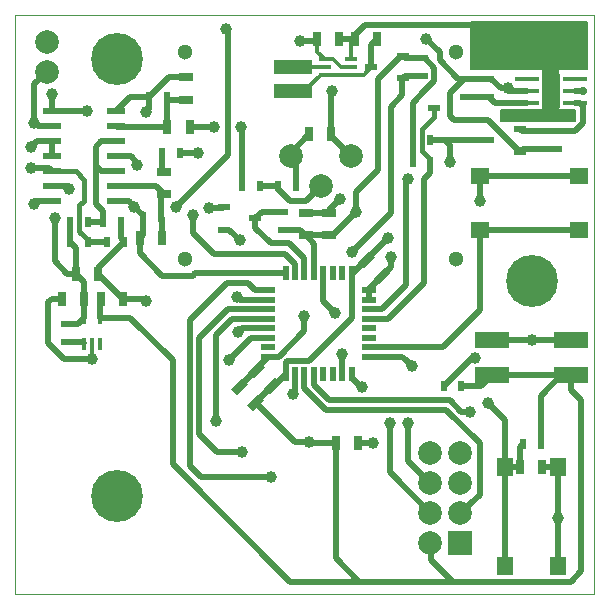
<source format=gbr>
G04 #@! TF.FileFunction,Copper,L1,Top,Signal*
%FSLAX46Y46*%
G04 Gerber Fmt 4.6, Leading zero omitted, Abs format (unit mm)*
G04 Created by KiCad (PCBNEW 4.0.4+dfsg1-stable) date Sun Feb 26 01:11:18 2017*
%MOMM*%
%LPD*%
G01*
G04 APERTURE LIST*
%ADD10C,0.100000*%
%ADD11C,0.600000*%
%ADD12R,0.900000X0.500000*%
%ADD13R,1.000000X0.600000*%
%ADD14C,4.400000*%
%ADD15R,0.500000X1.200000*%
%ADD16R,1.200000X0.500000*%
%ADD17R,0.700000X1.300000*%
%ADD18R,0.500000X0.900000*%
%ADD19C,2.000000*%
%ADD20C,1.300000*%
%ADD21R,1.300000X0.700000*%
%ADD22R,1.400000X1.600000*%
%ADD23R,1.500000X0.600000*%
%ADD24R,0.400000X1.000000*%
%ADD25R,3.200000X1.200000*%
%ADD26R,1.000000X0.350000*%
%ADD27R,1.600000X1.400000*%
%ADD28R,2.000000X2.000000*%
%ADD29R,2.000000X0.400000*%
%ADD30R,1.500000X3.000000*%
%ADD31R,3.000000X1.400000*%
%ADD32C,1.000000*%
%ADD33C,0.700000*%
%ADD34C,0.500000*%
%ADD35C,0.300000*%
%ADD36C,0.400000*%
%ADD37C,0.200000*%
G04 APERTURE END LIST*
D10*
X118400000Y-118300000D02*
X167400000Y-118300000D01*
X118400000Y-69300000D02*
X118400000Y-118300000D01*
X167400000Y-69300000D02*
X118400000Y-69300000D01*
X167400000Y-118300000D02*
X167400000Y-69300000D01*
D11*
X163950000Y-73100000D03*
X165950000Y-73100000D03*
X157950000Y-73100000D03*
X161950000Y-73100000D03*
X159950000Y-73100000D03*
X163950000Y-70600000D03*
X165950000Y-70600000D03*
X157950000Y-70600000D03*
X161950000Y-70600000D03*
X159950000Y-70600000D03*
X165950000Y-71850000D03*
X163950000Y-71850000D03*
X157950000Y-71850000D03*
X159950000Y-71850000D03*
X161950000Y-71850000D03*
X164650000Y-77800000D03*
X162650000Y-77800000D03*
X160650000Y-77800000D03*
D12*
X164280000Y-80600000D03*
X164280000Y-79100000D03*
D13*
X161130000Y-80850000D03*
X161130000Y-78950000D03*
X158430000Y-79900000D03*
D14*
X127000000Y-73000000D03*
X162150000Y-91800000D03*
D15*
X146900000Y-91150000D03*
X146100000Y-91150000D03*
X145300000Y-91150000D03*
X144500000Y-91150000D03*
X143700000Y-91150000D03*
X142900000Y-91150000D03*
X142100000Y-91150000D03*
X141300000Y-91150000D03*
D16*
X139850000Y-92600000D03*
X139850000Y-93400000D03*
X139850000Y-94200000D03*
X139850000Y-95000000D03*
X139850000Y-95800000D03*
X139850000Y-96600000D03*
X139850000Y-97400000D03*
X139850000Y-98200000D03*
D15*
X141300000Y-99650000D03*
X142100000Y-99650000D03*
X142900000Y-99650000D03*
X143700000Y-99650000D03*
X144500000Y-99650000D03*
X145300000Y-99650000D03*
X146100000Y-99650000D03*
X146900000Y-99650000D03*
D16*
X148350000Y-98200000D03*
X148350000Y-97400000D03*
X148350000Y-96600000D03*
X148350000Y-95800000D03*
X148350000Y-95000000D03*
X148350000Y-94200000D03*
X148350000Y-93400000D03*
X148350000Y-92600000D03*
D17*
X147450000Y-105500000D03*
X145550000Y-105500000D03*
D18*
X153550000Y-81700000D03*
X152050000Y-81700000D03*
D19*
X146800000Y-81200000D03*
X141720000Y-81200000D03*
X144260000Y-83740000D03*
D20*
X132760000Y-89950000D03*
X132760000Y-72450000D03*
X155760000Y-72450000D03*
X155760000Y-89950000D03*
D10*
G36*
X140878858Y-100459619D02*
X139959619Y-101378858D01*
X139464644Y-100883883D01*
X140383883Y-99964644D01*
X140878858Y-100459619D01*
X140878858Y-100459619D01*
G37*
G36*
X139535356Y-99116117D02*
X138616117Y-100035356D01*
X138121142Y-99540381D01*
X139040381Y-98621142D01*
X139535356Y-99116117D01*
X139535356Y-99116117D01*
G37*
G36*
X147421142Y-90240381D02*
X148340381Y-89321142D01*
X148835356Y-89816117D01*
X147916117Y-90735356D01*
X147421142Y-90240381D01*
X147421142Y-90240381D01*
G37*
G36*
X148764644Y-91583883D02*
X149683883Y-90664644D01*
X150178858Y-91159619D01*
X149259619Y-92078858D01*
X148764644Y-91583883D01*
X148764644Y-91583883D01*
G37*
G36*
X139478858Y-101859619D02*
X138559619Y-102778858D01*
X138064644Y-102283883D01*
X138983883Y-101364644D01*
X139478858Y-101859619D01*
X139478858Y-101859619D01*
G37*
G36*
X138135356Y-100516117D02*
X137216117Y-101435356D01*
X136721142Y-100940381D01*
X137640381Y-100021142D01*
X138135356Y-100516117D01*
X138135356Y-100516117D01*
G37*
D21*
X145000000Y-87950000D03*
X145000000Y-86050000D03*
X143000000Y-87950000D03*
X143000000Y-86050000D03*
D17*
X161150000Y-107550000D03*
X163050000Y-107550000D03*
X145150000Y-79400000D03*
X143250000Y-79400000D03*
X133200000Y-78750000D03*
X131300000Y-78750000D03*
D21*
X132900000Y-74550000D03*
X132900000Y-76450000D03*
D17*
X123550000Y-91200000D03*
X125450000Y-91200000D03*
D21*
X131000000Y-82550000D03*
X131000000Y-84450000D03*
D17*
X128950000Y-88200000D03*
X130850000Y-88200000D03*
X125650000Y-93300000D03*
X127550000Y-93300000D03*
X124250000Y-93300000D03*
X122350000Y-93300000D03*
X149050000Y-71300000D03*
X147150000Y-71300000D03*
X143950000Y-71300000D03*
X145850000Y-71300000D03*
D19*
X121100000Y-74070000D03*
X121100000Y-71530000D03*
D13*
X151250000Y-74650000D03*
X151250000Y-72750000D03*
X148550000Y-73700000D03*
D18*
X162900000Y-105600000D03*
X161400000Y-105600000D03*
X152050000Y-79900000D03*
X153550000Y-79900000D03*
X156175000Y-100700000D03*
X154675000Y-100700000D03*
X140650000Y-83800000D03*
X142150000Y-83800000D03*
X137650000Y-83800000D03*
X139150000Y-83800000D03*
X129750000Y-76250000D03*
X131250000Y-76250000D03*
X130850000Y-81000000D03*
X132350000Y-81000000D03*
X123050000Y-86800000D03*
X124550000Y-86800000D03*
X125850000Y-86800000D03*
X127350000Y-86800000D03*
X129250000Y-86400000D03*
X130750000Y-86400000D03*
D12*
X152900000Y-74450000D03*
X152900000Y-72950000D03*
X122700000Y-96950000D03*
X122700000Y-95450000D03*
D22*
X159850000Y-115950000D03*
X164350000Y-115950000D03*
X159850000Y-107550000D03*
X164350000Y-107550000D03*
D23*
X126950000Y-85060000D03*
X126950000Y-83790000D03*
X126950000Y-82520000D03*
X126950000Y-81250000D03*
X126950000Y-79980000D03*
X126950000Y-78710000D03*
X126950000Y-77440000D03*
X121550000Y-77440000D03*
X121550000Y-78710000D03*
X121550000Y-79980000D03*
X121550000Y-81250000D03*
X121550000Y-82520000D03*
X121550000Y-83790000D03*
X121550000Y-85060000D03*
D24*
X124250000Y-97100000D03*
X124900000Y-97100000D03*
X125550000Y-97100000D03*
X125550000Y-94900000D03*
X124250000Y-94900000D03*
D25*
X141900000Y-75740000D03*
X141900000Y-73660000D03*
D26*
X146800000Y-74350000D03*
X146800000Y-73700000D03*
X146800000Y-73050000D03*
X144600000Y-73050000D03*
X144600000Y-73700000D03*
X144600000Y-74350000D03*
D18*
X123050000Y-88500000D03*
X124550000Y-88500000D03*
X126150000Y-88500000D03*
X127650000Y-88500000D03*
D27*
X166150000Y-87450000D03*
X166150000Y-82950000D03*
X157750000Y-87450000D03*
X157750000Y-82950000D03*
D13*
X156550000Y-78150000D03*
X156550000Y-76250000D03*
X153850000Y-77200000D03*
D12*
X158500000Y-76200000D03*
X158500000Y-74700000D03*
D13*
X136050000Y-85550000D03*
X136050000Y-87450000D03*
X138750000Y-86500000D03*
D12*
X141100000Y-87450000D03*
X141100000Y-85950000D03*
D28*
X156100000Y-113980000D03*
D19*
X153560000Y-113980000D03*
X156100000Y-111440000D03*
X153560000Y-111440000D03*
X156100000Y-108900000D03*
X153560000Y-108900000D03*
X156100000Y-106360000D03*
X153560000Y-106360000D03*
D14*
X127000000Y-110000000D03*
D29*
X165800000Y-76700000D03*
X165800000Y-75700000D03*
X165800000Y-74700000D03*
X161700000Y-74700000D03*
X161700000Y-75700000D03*
X161700000Y-76700000D03*
D30*
X163750000Y-75700000D03*
D31*
X165450000Y-96800000D03*
X165450000Y-99800000D03*
X158750000Y-96800000D03*
X158750000Y-99800000D03*
D32*
X162150000Y-96800000D03*
X164350000Y-111900000D03*
D33*
X166500000Y-75700000D03*
D32*
X148700000Y-105500000D03*
X142900000Y-94800000D03*
X145900000Y-84900000D03*
X137400000Y-88300000D03*
X157800000Y-85050000D03*
X150250000Y-89750006D03*
X129500000Y-93500000D03*
X119750000Y-80500000D03*
X124900000Y-98400000D03*
X149950000Y-88150000D03*
X143300000Y-105460000D03*
X147250000Y-86000008D03*
X158400000Y-102100000D03*
X145499998Y-94500000D03*
X160100000Y-75500000D03*
X153200000Y-71300000D03*
X121750000Y-86499988D03*
X128750000Y-82000000D03*
X132000000Y-85500000D03*
X136250000Y-70500000D03*
X142500000Y-71500000D03*
X145250000Y-75750000D03*
X135200000Y-78800000D03*
X137500000Y-78750000D03*
X133900000Y-80999998D03*
X129500000Y-77500000D03*
X128500000Y-85500000D03*
X123000000Y-84000000D03*
X152000000Y-99000000D03*
X157300000Y-98300000D03*
X120000000Y-78410000D03*
X124500000Y-77450002D03*
X121500000Y-76000000D03*
X133500000Y-86250000D03*
X140100000Y-108400000D03*
X137200000Y-93195980D03*
X137600000Y-106300000D03*
X135400000Y-103700000D03*
X137300000Y-96100000D03*
X136500002Y-98500000D03*
X141900000Y-101400000D03*
X146914475Y-89358746D03*
X156940000Y-102870000D03*
X151654013Y-103800000D03*
X146100000Y-98000000D03*
X150100000Y-103800002D03*
X147800000Y-100800000D03*
X119750000Y-82250000D03*
X155200000Y-81700000D03*
X151700000Y-83200000D03*
X134800000Y-85600000D03*
X120000000Y-85250000D03*
D34*
X162150000Y-96800000D02*
X165450000Y-96800000D01*
X158750000Y-96800000D02*
X162150000Y-96800000D01*
X163750000Y-75700000D02*
X163750000Y-71450000D01*
X164350000Y-111900000D02*
X164350000Y-107550000D01*
X164350000Y-115950000D02*
X164350000Y-111900000D01*
X163050000Y-107550000D02*
X164350000Y-107550000D01*
X165800000Y-75700000D02*
X166500000Y-75700000D01*
X163650000Y-77800000D02*
X163200000Y-77800000D01*
X163750000Y-75700000D02*
X163750000Y-77700000D01*
X163750000Y-77700000D02*
X163650000Y-77800000D01*
X163750000Y-71450000D02*
X164000000Y-71200000D01*
X157800000Y-82900000D02*
X157750000Y-82950000D01*
X147450000Y-105500000D02*
X148700000Y-105500000D01*
X142900000Y-95507106D02*
X142900000Y-94800000D01*
X140707106Y-98200000D02*
X142900000Y-96007106D01*
X139850000Y-98200000D02*
X140707106Y-98200000D01*
X142900000Y-96007106D02*
X142900000Y-95507106D01*
X137428249Y-100728249D02*
X138828249Y-99328249D01*
X145000000Y-86050000D02*
X145000000Y-85800000D01*
X145000000Y-85800000D02*
X145900000Y-84900000D01*
X136050000Y-87450000D02*
X136550000Y-87450000D01*
X136550000Y-87450000D02*
X137400000Y-88300000D01*
X147150000Y-71300000D02*
X147150000Y-71000000D01*
X147150000Y-71000000D02*
X148050000Y-70100000D01*
X148050000Y-70100000D02*
X162900000Y-70100000D01*
X162900000Y-70100000D02*
X164000000Y-71200000D01*
X157750000Y-82950000D02*
X157750000Y-85000000D01*
X157750000Y-85000000D02*
X157800000Y-85050000D01*
X145000000Y-86050000D02*
X145200000Y-86050000D01*
X143000000Y-86050000D02*
X145000000Y-86050000D01*
X150250000Y-90593502D02*
X150250000Y-90457112D01*
X149471751Y-91371751D02*
X150250000Y-90593502D01*
X150250000Y-90457112D02*
X150250000Y-89750006D01*
X142150000Y-83800000D02*
X142150000Y-81630000D01*
X142150000Y-81630000D02*
X141720000Y-81200000D01*
X141720000Y-81200000D02*
X141720000Y-80930000D01*
X141720000Y-80930000D02*
X143250000Y-79400000D01*
X127550000Y-93300000D02*
X129300000Y-93300000D01*
X129300000Y-93300000D02*
X129500000Y-93500000D01*
X121550000Y-79980000D02*
X120270000Y-79980000D01*
X120270000Y-79980000D02*
X119750000Y-80500000D01*
X121550000Y-81250000D02*
X121550000Y-79980000D01*
X127350000Y-86800000D02*
X127350000Y-88200000D01*
X127350000Y-88200000D02*
X127650000Y-88500000D01*
X125450000Y-91200000D02*
X125450000Y-90700000D01*
X125450000Y-90700000D02*
X127650000Y-88500000D01*
X125450000Y-91200000D02*
X127550000Y-93300000D01*
X121200000Y-93600000D02*
X121200000Y-97057202D01*
X121200000Y-97057202D02*
X122542798Y-98400000D01*
X122542798Y-98400000D02*
X124192894Y-98400000D01*
X124192894Y-98400000D02*
X124900000Y-98400000D01*
X122350000Y-93300000D02*
X121500000Y-93300000D01*
X121500000Y-93300000D02*
X121200000Y-93600000D01*
D35*
X124900000Y-97100000D02*
X124900000Y-98400000D01*
D34*
X145850000Y-71300000D02*
X147150000Y-71300000D01*
D35*
X146800000Y-73050000D02*
X146800000Y-71650000D01*
X146800000Y-71650000D02*
X147150000Y-71300000D01*
D34*
X157750000Y-82950000D02*
X166150000Y-82950000D01*
X138828249Y-99328249D02*
X138828249Y-99221751D01*
X138828249Y-99221751D02*
X139850000Y-98200000D01*
X148350000Y-93400000D02*
X148350000Y-92600000D01*
X148350000Y-92600000D02*
X148350000Y-92493502D01*
X148350000Y-92493502D02*
X149471751Y-91371751D01*
X149050000Y-117254001D02*
X141704001Y-117254001D01*
X155450401Y-117254001D02*
X149050000Y-117254001D01*
X149050000Y-117254001D02*
X147554001Y-117254001D01*
X147554001Y-117254001D02*
X145550000Y-115250000D01*
X145550000Y-115250000D02*
X145550000Y-105500000D01*
X141704001Y-117254001D02*
X131750000Y-107300000D01*
X131750000Y-107300000D02*
X131750000Y-98500000D01*
X131750000Y-98500000D02*
X128150000Y-94900000D01*
X128150000Y-94900000D02*
X125550000Y-94900000D01*
X165450000Y-99800000D02*
X165450000Y-101000000D01*
X165450000Y-101000000D02*
X166350000Y-101900000D01*
X166350000Y-101900000D02*
X166350000Y-116357202D01*
X166350000Y-116357202D02*
X165453201Y-117254001D01*
X165453201Y-117254001D02*
X155450401Y-117254001D01*
X155450401Y-117254001D02*
X154196400Y-116000000D01*
X165450000Y-99800000D02*
X163450000Y-99800000D01*
X163450000Y-99800000D02*
X158750000Y-99800000D01*
X162900000Y-105600000D02*
X162900000Y-101550000D01*
X162900000Y-101550000D02*
X164650000Y-99800000D01*
X164650000Y-99800000D02*
X165450000Y-99800000D01*
X156175000Y-100700000D02*
X157850000Y-100700000D01*
X157850000Y-100700000D02*
X158750000Y-99800000D01*
X153100000Y-72950000D02*
X152900000Y-72950000D01*
X153900000Y-74900000D02*
X153900000Y-73750000D01*
X153900000Y-73750000D02*
X153100000Y-72950000D01*
X153400000Y-75400000D02*
X153900000Y-74900000D01*
X143300000Y-105460000D02*
X142135000Y-105460000D01*
X142135000Y-105460000D02*
X138771751Y-102096751D01*
X138771751Y-102096751D02*
X138771751Y-102071751D01*
X149950000Y-88206498D02*
X149950000Y-88150000D01*
X148128249Y-90028249D02*
X149950000Y-88206498D01*
X141300000Y-99650000D02*
X141300000Y-98692798D01*
X141300000Y-98692798D02*
X141446799Y-98545999D01*
X141446799Y-98545999D02*
X143291302Y-98545999D01*
X143291302Y-98545999D02*
X146900000Y-94937301D01*
X146900000Y-94937301D02*
X146900000Y-92250000D01*
X146900000Y-92250000D02*
X146900000Y-91150000D01*
X145550000Y-105500000D02*
X143340000Y-105500000D01*
X143340000Y-105500000D02*
X143300000Y-105460000D01*
X141100000Y-87450000D02*
X142500000Y-87450000D01*
X142500000Y-87450000D02*
X143000000Y-87950000D01*
X151250000Y-72750000D02*
X151050000Y-72750000D01*
X151050000Y-72750000D02*
X149100000Y-74700000D01*
X149100000Y-74700000D02*
X149100000Y-82400000D01*
X149100000Y-82400000D02*
X147250000Y-84250000D01*
X147250000Y-84250000D02*
X147250000Y-85292902D01*
X147250000Y-85292902D02*
X147250000Y-86000008D01*
X152800000Y-76000000D02*
X153400000Y-75400000D01*
X152050000Y-81700000D02*
X152050000Y-79900000D01*
X152050000Y-79900000D02*
X152050000Y-76750000D01*
X152050000Y-76750000D02*
X153400000Y-75400000D01*
X145000000Y-87950000D02*
X145300000Y-87950000D01*
X147249992Y-86000008D02*
X147250000Y-86000008D01*
X145300000Y-87950000D02*
X147249992Y-86000008D01*
X143000000Y-87950000D02*
X145000000Y-87950000D01*
X143000000Y-87950000D02*
X143700000Y-88650000D01*
X143700000Y-88650000D02*
X143700000Y-91150000D01*
X146900000Y-91150000D02*
X147006498Y-91150000D01*
X147006498Y-91150000D02*
X148128249Y-90028249D01*
X125550000Y-94900000D02*
X125550000Y-93400000D01*
X125550000Y-93400000D02*
X125650000Y-93300000D01*
X152900000Y-72950000D02*
X151450000Y-72950000D01*
X151450000Y-72950000D02*
X151250000Y-72750000D01*
X140171751Y-100671751D02*
X140278249Y-100671751D01*
X140278249Y-100671751D02*
X141300000Y-99650000D01*
X138771751Y-102071751D02*
X140171751Y-100671751D01*
X154196400Y-116000000D02*
X153600000Y-115403600D01*
X153600000Y-115403600D02*
X153600000Y-114040000D01*
X159850000Y-115950000D02*
X159850000Y-107550000D01*
X161150000Y-107550000D02*
X161150000Y-105850000D01*
X161150000Y-105850000D02*
X161400000Y-105600000D01*
X159850000Y-107550000D02*
X159850000Y-103550000D01*
X159850000Y-103550000D02*
X158400000Y-102100000D01*
X161150000Y-107550000D02*
X159850000Y-107550000D01*
X144999999Y-94000001D02*
X145499998Y-94500000D01*
X144500000Y-93500002D02*
X144999999Y-94000001D01*
X144500000Y-91150000D02*
X144500000Y-93500002D01*
X154359999Y-72459999D02*
X154359999Y-73122001D01*
X155937998Y-74700000D02*
X156392798Y-74700000D01*
X153200000Y-71300000D02*
X154359999Y-72459999D01*
X154359999Y-73122001D02*
X155937998Y-74700000D01*
X161700000Y-75700000D02*
X160300000Y-75700000D01*
X160300000Y-75700000D02*
X160100000Y-75500000D01*
X158700000Y-74700000D02*
X159500000Y-75500000D01*
X158500000Y-74700000D02*
X158700000Y-74700000D01*
X160200000Y-75600000D02*
X160100000Y-75500000D01*
X159500000Y-75500000D02*
X160100000Y-75500000D01*
X156550000Y-78150000D02*
X158430000Y-78150000D01*
X158430000Y-78150000D02*
X160130000Y-79850000D01*
X160130000Y-79850000D02*
X161130000Y-80850000D01*
X164280000Y-80600000D02*
X161380000Y-80600000D01*
X161380000Y-80600000D02*
X161130000Y-80850000D01*
X136250000Y-70500000D02*
X136400000Y-70650000D01*
X136400000Y-70650000D02*
X136400000Y-81100000D01*
X136400000Y-81100000D02*
X132499999Y-85000001D01*
X132499999Y-85000001D02*
X132000000Y-85500000D01*
X123550000Y-91200000D02*
X122800000Y-91200000D01*
X122800000Y-91200000D02*
X121750000Y-90150000D01*
X121750000Y-90150000D02*
X121750000Y-87207094D01*
X121750000Y-87207094D02*
X121750000Y-86499988D01*
X156750000Y-78150000D02*
X156550000Y-78150000D01*
X155200000Y-77800000D02*
X155200000Y-75892798D01*
X156392798Y-74700000D02*
X157550000Y-74700000D01*
X155200000Y-75892798D02*
X156392798Y-74700000D01*
X157550000Y-74700000D02*
X158500000Y-74700000D01*
X156550000Y-78150000D02*
X155550000Y-78150000D01*
X155550000Y-78150000D02*
X155200000Y-77800000D01*
X128750000Y-81800000D02*
X128750000Y-82000000D01*
X128200000Y-81250000D02*
X128750000Y-81800000D01*
X126950000Y-81250000D02*
X128200000Y-81250000D01*
X123050000Y-88500000D02*
X123050000Y-86800000D01*
X123550000Y-91200000D02*
X123550000Y-89000000D01*
X123550000Y-89000000D02*
X123050000Y-88500000D01*
X124250000Y-93300000D02*
X124250000Y-91900000D01*
X124250000Y-91900000D02*
X123550000Y-91200000D01*
X124250000Y-94900000D02*
X124250000Y-93300000D01*
X122700000Y-95450000D02*
X123700000Y-95450000D01*
X123700000Y-95450000D02*
X124250000Y-94900000D01*
X142500000Y-71500000D02*
X143750000Y-71500000D01*
X143750000Y-71500000D02*
X143950000Y-71300000D01*
X145150000Y-79400000D02*
X145150000Y-75850000D01*
X145150000Y-75850000D02*
X145250000Y-75750000D01*
X145150000Y-79400000D02*
X145150000Y-79550000D01*
X145150000Y-79550000D02*
X146800000Y-81200000D01*
D35*
X143950000Y-71300000D02*
X143950000Y-72400000D01*
X143950000Y-72400000D02*
X144600000Y-73050000D01*
X146800000Y-73700000D02*
X146000000Y-73700000D01*
X146000000Y-73700000D02*
X145350000Y-73050000D01*
X145350000Y-73050000D02*
X144600000Y-73050000D01*
D34*
X135150000Y-78750000D02*
X135200000Y-78800000D01*
X133200000Y-78750000D02*
X135150000Y-78750000D01*
X137650000Y-83800000D02*
X137650000Y-78900000D01*
X137650000Y-78900000D02*
X137500000Y-78750000D01*
X132900000Y-76450000D02*
X131450000Y-76450000D01*
X131450000Y-76450000D02*
X131250000Y-76250000D01*
X131300000Y-78750000D02*
X126990000Y-78750000D01*
X126990000Y-78750000D02*
X126950000Y-78710000D01*
X131250000Y-76250000D02*
X131250000Y-78700000D01*
X131250000Y-78700000D02*
X131300000Y-78750000D01*
X129750000Y-76250000D02*
X131450000Y-74550000D01*
X131450000Y-74550000D02*
X132900000Y-74550000D01*
X133899998Y-81000000D02*
X133900000Y-80999998D01*
X132350000Y-81000000D02*
X133899998Y-81000000D01*
X129750000Y-76250000D02*
X129750000Y-77250000D01*
X129750000Y-77250000D02*
X129500000Y-77500000D01*
X129750000Y-76250000D02*
X128140000Y-76250000D01*
X128140000Y-76250000D02*
X126950000Y-77440000D01*
X130850000Y-81000000D02*
X130850000Y-82400000D01*
X130850000Y-82400000D02*
X131000000Y-82550000D01*
X130750000Y-86400000D02*
X130750000Y-84700000D01*
X130750000Y-84700000D02*
X131000000Y-84450000D01*
X130850000Y-88200000D02*
X130850000Y-86500000D01*
X130850000Y-86500000D02*
X130750000Y-86400000D01*
X131000000Y-84450000D02*
X130340000Y-83790000D01*
X130340000Y-83790000D02*
X126950000Y-83790000D01*
X141300000Y-91150000D02*
X133632002Y-91150000D01*
X133632002Y-91150000D02*
X133432001Y-91350001D01*
X128950000Y-89450000D02*
X128950000Y-88200000D01*
X133432001Y-91350001D02*
X130850001Y-91350001D01*
X130850001Y-91350001D02*
X128950000Y-89450000D01*
X129250000Y-86400000D02*
X129250000Y-86250000D01*
X129250000Y-86250000D02*
X128500000Y-85500000D01*
X126950000Y-85060000D02*
X128060000Y-85060000D01*
X128060000Y-85060000D02*
X128500000Y-85500000D01*
X121550000Y-83790000D02*
X122790000Y-83790000D01*
X122790000Y-83790000D02*
X123000000Y-84000000D01*
X129250000Y-86400000D02*
X129250000Y-87900000D01*
X129250000Y-87900000D02*
X128950000Y-88200000D01*
D35*
X141900000Y-75740000D02*
X142900000Y-75740000D01*
X144290000Y-74350000D02*
X144600000Y-74350000D01*
X142900000Y-75740000D02*
X144290000Y-74350000D01*
X146800000Y-74350000D02*
X144600000Y-74350000D01*
X146800000Y-74350000D02*
X147900000Y-74350000D01*
X147900000Y-74350000D02*
X148550000Y-73700000D01*
D34*
X148550000Y-73700000D02*
X148550000Y-71800000D01*
X148550000Y-71800000D02*
X149050000Y-71300000D01*
X151500001Y-98500001D02*
X152000000Y-99000000D01*
X151200000Y-98200000D02*
X151500001Y-98500001D01*
X148350000Y-98200000D02*
X151200000Y-98200000D01*
X154675000Y-100700000D02*
X157075000Y-98300000D01*
X157075000Y-98300000D02*
X157300000Y-98300000D01*
X121100000Y-74070000D02*
X120000000Y-75170000D01*
X120000000Y-75170000D02*
X120000000Y-78410000D01*
X120000000Y-78410000D02*
X120300000Y-78710000D01*
X120300000Y-78710000D02*
X121550000Y-78710000D01*
X121550000Y-77440000D02*
X124489998Y-77440000D01*
X124489998Y-77440000D02*
X124500000Y-77450002D01*
X121500000Y-76000000D02*
X121500000Y-77390000D01*
X121500000Y-77390000D02*
X121550000Y-77440000D01*
X142100000Y-91150000D02*
X142100000Y-90350000D01*
X142100000Y-90350000D02*
X141250000Y-89500000D01*
X141250000Y-89500000D02*
X135250000Y-89500000D01*
X135250000Y-89500000D02*
X133500000Y-87750000D01*
X133500000Y-87750000D02*
X133500000Y-86250000D01*
X140100000Y-108400000D02*
X134100000Y-108400000D01*
X136300000Y-92000000D02*
X138150000Y-92000000D01*
X134100000Y-108400000D02*
X133200000Y-107500000D01*
X133200000Y-107500000D02*
X133200000Y-95100000D01*
X133200000Y-95100000D02*
X136300000Y-92000000D01*
X138150000Y-92000000D02*
X138750000Y-92600000D01*
X138750000Y-92600000D02*
X139850000Y-92600000D01*
X137404020Y-93400000D02*
X137200000Y-93195980D01*
X139850000Y-93400000D02*
X137404020Y-93400000D01*
X139850000Y-94200000D02*
X136400000Y-94200000D01*
X136400000Y-94200000D02*
X134000000Y-96600000D01*
X134000000Y-104800000D02*
X135500000Y-106300000D01*
X134000000Y-96600000D02*
X134000000Y-104800000D01*
X135500000Y-106300000D02*
X137600000Y-106300000D01*
X135400000Y-103700000D02*
X135400000Y-96400000D01*
X135400000Y-96400000D02*
X136800000Y-95000000D01*
X136800000Y-95000000D02*
X138750000Y-95000000D01*
X138750000Y-95000000D02*
X139850000Y-95000000D01*
X137300000Y-96100000D02*
X137600000Y-95800000D01*
X137600000Y-95800000D02*
X139850000Y-95800000D01*
X139850000Y-96600000D02*
X138400002Y-96600000D01*
X137000001Y-98000001D02*
X136500002Y-98500000D01*
X138400002Y-96600000D02*
X137000001Y-98000001D01*
X142100000Y-99650000D02*
X142100000Y-101200000D01*
X142100000Y-101200000D02*
X141900000Y-101400000D01*
X147414474Y-88858747D02*
X146914475Y-89358746D01*
X150254001Y-86019220D02*
X147414474Y-88858747D01*
X151200000Y-76100000D02*
X150254001Y-77045999D01*
X150254001Y-77045999D02*
X150254001Y-86019220D01*
X152900000Y-74450000D02*
X151450000Y-74450000D01*
X151450000Y-74450000D02*
X151250000Y-74650000D01*
X151200000Y-76100000D02*
X151200000Y-74700000D01*
X151200000Y-74700000D02*
X151250000Y-74650000D01*
X142900000Y-99650000D02*
X142900000Y-100873534D01*
X142900000Y-100873534D02*
X144722464Y-102695998D01*
X144722464Y-102695998D02*
X154920076Y-102695998D01*
X157740000Y-109900000D02*
X157003599Y-110636401D01*
X154920076Y-102695998D02*
X157740000Y-105515922D01*
X157740000Y-105515922D02*
X157740000Y-109900000D01*
X157003599Y-110636401D02*
X156140000Y-111500000D01*
X156172894Y-102870000D02*
X156232894Y-102870000D01*
X155202895Y-101900001D02*
X156172894Y-102870000D01*
X144992799Y-101900001D02*
X155202895Y-101900001D01*
X143700000Y-99650000D02*
X143700000Y-100607202D01*
X156232894Y-102870000D02*
X156940000Y-102870000D01*
X143700000Y-100607202D02*
X144992799Y-101900001D01*
X151654013Y-107014013D02*
X151654013Y-104507106D01*
X153600000Y-108960000D02*
X151654013Y-107014013D01*
X151654013Y-104507106D02*
X151654013Y-103800000D01*
X146100000Y-98000000D02*
X146100000Y-99650000D01*
X150100000Y-104507108D02*
X150100000Y-103800002D01*
X153600000Y-111500000D02*
X150104002Y-108004002D01*
X150104002Y-108004002D02*
X150104002Y-104511110D01*
X150104002Y-104511110D02*
X150100000Y-104507108D01*
X146900000Y-99650000D02*
X146900000Y-100000000D01*
X146900000Y-100000000D02*
X147700000Y-100800000D01*
X147700000Y-100800000D02*
X147800000Y-100800000D01*
X159000000Y-76700000D02*
X161700000Y-76700000D01*
X159000000Y-76700000D02*
X158500000Y-76200000D01*
X156550000Y-76250000D02*
X158450000Y-76250000D01*
X158450000Y-76250000D02*
X158500000Y-76200000D01*
X165800000Y-76700000D02*
X166200000Y-76700000D01*
X166200000Y-76700000D02*
X166500000Y-77000000D01*
X166500000Y-77000000D02*
X166500000Y-78400000D01*
X166500000Y-78400000D02*
X165800000Y-79100000D01*
X165800000Y-79100000D02*
X164280000Y-79100000D01*
X164280000Y-79100000D02*
X161280000Y-79100000D01*
X161280000Y-79100000D02*
X161130000Y-78950000D01*
X140650000Y-83800000D02*
X139150000Y-83800000D01*
X143000000Y-85000000D02*
X141650000Y-85000000D01*
X141650000Y-85000000D02*
X140650000Y-84000000D01*
X140650000Y-84000000D02*
X140650000Y-83800000D01*
X144260000Y-83740000D02*
X143000000Y-85000000D01*
X124550000Y-86800000D02*
X125850000Y-86800000D01*
X125850000Y-86800000D02*
X125850000Y-85850000D01*
X125850000Y-85850000D02*
X125250000Y-85250000D01*
X125250000Y-85250000D02*
X125250000Y-82070000D01*
X126950000Y-79980000D02*
X125700000Y-79980000D01*
X125700000Y-79980000D02*
X125250000Y-80430000D01*
X125700000Y-82520000D02*
X126950000Y-82520000D01*
X125250000Y-80430000D02*
X125250000Y-82070000D01*
X125250000Y-82070000D02*
X125700000Y-82520000D01*
X122700000Y-96950000D02*
X124100000Y-96950000D01*
X124100000Y-96950000D02*
X124195999Y-97045999D01*
D35*
X141900000Y-73660000D02*
X144560000Y-73660000D01*
X144560000Y-73660000D02*
X144600000Y-73700000D01*
D34*
X138750000Y-86500000D02*
X138750000Y-87300000D01*
X138750000Y-87300000D02*
X140050000Y-88600000D01*
X140050000Y-88600000D02*
X141600000Y-88600000D01*
X141600000Y-88600000D02*
X142900000Y-89900000D01*
X142900000Y-89900000D02*
X142900000Y-91150000D01*
X141100000Y-85950000D02*
X139300000Y-85950000D01*
X139300000Y-85950000D02*
X138750000Y-86500000D01*
D36*
X124550000Y-88500000D02*
X124550000Y-88300000D01*
X124550000Y-88300000D02*
X123954002Y-87704001D01*
X123954002Y-87704001D02*
X123936799Y-87704001D01*
X123845999Y-87613201D02*
X123845999Y-85404001D01*
X123936799Y-87704001D02*
X123845999Y-87613201D01*
X123845999Y-85404001D02*
X124250000Y-85000000D01*
X124250000Y-85000000D02*
X124250000Y-83250000D01*
X124250000Y-83250000D02*
X123520000Y-82520000D01*
X123520000Y-82520000D02*
X122700000Y-82520000D01*
X122700000Y-82520000D02*
X121550000Y-82520000D01*
D34*
X119750000Y-82250000D02*
X121280000Y-82250000D01*
X121280000Y-82250000D02*
X121550000Y-82520000D01*
X124550000Y-88500000D02*
X126150000Y-88500000D01*
X157750000Y-94250000D02*
X157750000Y-87450000D01*
X148350000Y-97400000D02*
X154600000Y-97400000D01*
X154600000Y-97400000D02*
X157750000Y-94250000D01*
X157750000Y-87850000D02*
X157750000Y-87450000D01*
X157750000Y-87450000D02*
X166050000Y-87450000D01*
X166050000Y-87450000D02*
X166150000Y-87450000D01*
X153000000Y-92000000D02*
X153000000Y-83200000D01*
X153000000Y-83200000D02*
X153550000Y-82650000D01*
X153550000Y-82650000D02*
X153550000Y-81700000D01*
D36*
X153850000Y-77200000D02*
X153850000Y-77900000D01*
X153850000Y-77900000D02*
X152845999Y-78904001D01*
X152845999Y-78904001D02*
X152845999Y-80795999D01*
X153550000Y-81500000D02*
X153550000Y-81700000D01*
X152845999Y-80795999D02*
X153550000Y-81500000D01*
D34*
X148350000Y-95000000D02*
X150000000Y-95000000D01*
X150000000Y-95000000D02*
X153000000Y-92000000D01*
X156850000Y-79900000D02*
X156100000Y-79900000D01*
X156100000Y-79900000D02*
X154800000Y-79900000D01*
X158430000Y-79900000D02*
X157430000Y-79900000D01*
X157430000Y-79900000D02*
X156100000Y-79900000D01*
X155200000Y-81700000D02*
X155200000Y-80300000D01*
X155200000Y-80300000D02*
X154800000Y-79900000D01*
X154800000Y-79900000D02*
X154300000Y-79900000D01*
X151504002Y-92145998D02*
X151504002Y-83395998D01*
X151504002Y-83395998D02*
X151700000Y-83200000D01*
X154300000Y-79900000D02*
X153550000Y-79900000D01*
X148350000Y-94200000D02*
X149450000Y-94200000D01*
X149450000Y-94200000D02*
X151504002Y-92145998D01*
X134800000Y-85600000D02*
X136000000Y-85600000D01*
X136000000Y-85600000D02*
X136050000Y-85550000D01*
X121550000Y-85060000D02*
X120190000Y-85060000D01*
X120190000Y-85060000D02*
X120000000Y-85250000D01*
D37*
G36*
X166850000Y-73850000D02*
X164500000Y-73850000D01*
X164461094Y-73857879D01*
X164428319Y-73880273D01*
X164406839Y-73913654D01*
X164400000Y-73950000D01*
X164400000Y-74400000D01*
X163100000Y-74400000D01*
X163100000Y-73950000D01*
X163092121Y-73911094D01*
X163069727Y-73878319D01*
X163036346Y-73856839D01*
X163000000Y-73850000D01*
X157000000Y-73850000D01*
X157000000Y-72723291D01*
X157009783Y-72699731D01*
X157010217Y-72202450D01*
X157000000Y-72177723D01*
X157000000Y-69850000D01*
X166850000Y-69850000D01*
X166850000Y-73850000D01*
X166850000Y-73850000D01*
G37*
X166850000Y-73850000D02*
X164500000Y-73850000D01*
X164461094Y-73857879D01*
X164428319Y-73880273D01*
X164406839Y-73913654D01*
X164400000Y-73950000D01*
X164400000Y-74400000D01*
X163100000Y-74400000D01*
X163100000Y-73950000D01*
X163092121Y-73911094D01*
X163069727Y-73878319D01*
X163036346Y-73856839D01*
X163000000Y-73850000D01*
X157000000Y-73850000D01*
X157000000Y-72723291D01*
X157009783Y-72699731D01*
X157010217Y-72202450D01*
X157000000Y-72177723D01*
X157000000Y-69850000D01*
X166850000Y-69850000D01*
X166850000Y-73850000D01*
G36*
X164400000Y-77200000D02*
X164407879Y-77238906D01*
X164430273Y-77271681D01*
X164463654Y-77293161D01*
X164500000Y-77300000D01*
X165779891Y-77300000D01*
X165800000Y-77304000D01*
X165800000Y-78245815D01*
X165745815Y-78300000D01*
X161683998Y-78300000D01*
X161630000Y-78289065D01*
X160630000Y-78289065D01*
X160571886Y-78300000D01*
X159500000Y-78300000D01*
X159500000Y-77304000D01*
X161700000Y-77304000D01*
X161721015Y-77299820D01*
X163000035Y-77299378D01*
X163038937Y-77291486D01*
X163071705Y-77269080D01*
X163093174Y-77235692D01*
X163100000Y-77199378D01*
X163100000Y-76700000D01*
X164400000Y-76700000D01*
X164400000Y-77200000D01*
X164400000Y-77200000D01*
G37*
X164400000Y-77200000D02*
X164407879Y-77238906D01*
X164430273Y-77271681D01*
X164463654Y-77293161D01*
X164500000Y-77300000D01*
X165779891Y-77300000D01*
X165800000Y-77304000D01*
X165800000Y-78245815D01*
X165745815Y-78300000D01*
X161683998Y-78300000D01*
X161630000Y-78289065D01*
X160630000Y-78289065D01*
X160571886Y-78300000D01*
X159500000Y-78300000D01*
X159500000Y-77304000D01*
X161700000Y-77304000D01*
X161721015Y-77299820D01*
X163000035Y-77299378D01*
X163038937Y-77291486D01*
X163071705Y-77269080D01*
X163093174Y-77235692D01*
X163100000Y-77199378D01*
X163100000Y-76700000D01*
X164400000Y-76700000D01*
X164400000Y-77200000D01*
M02*

</source>
